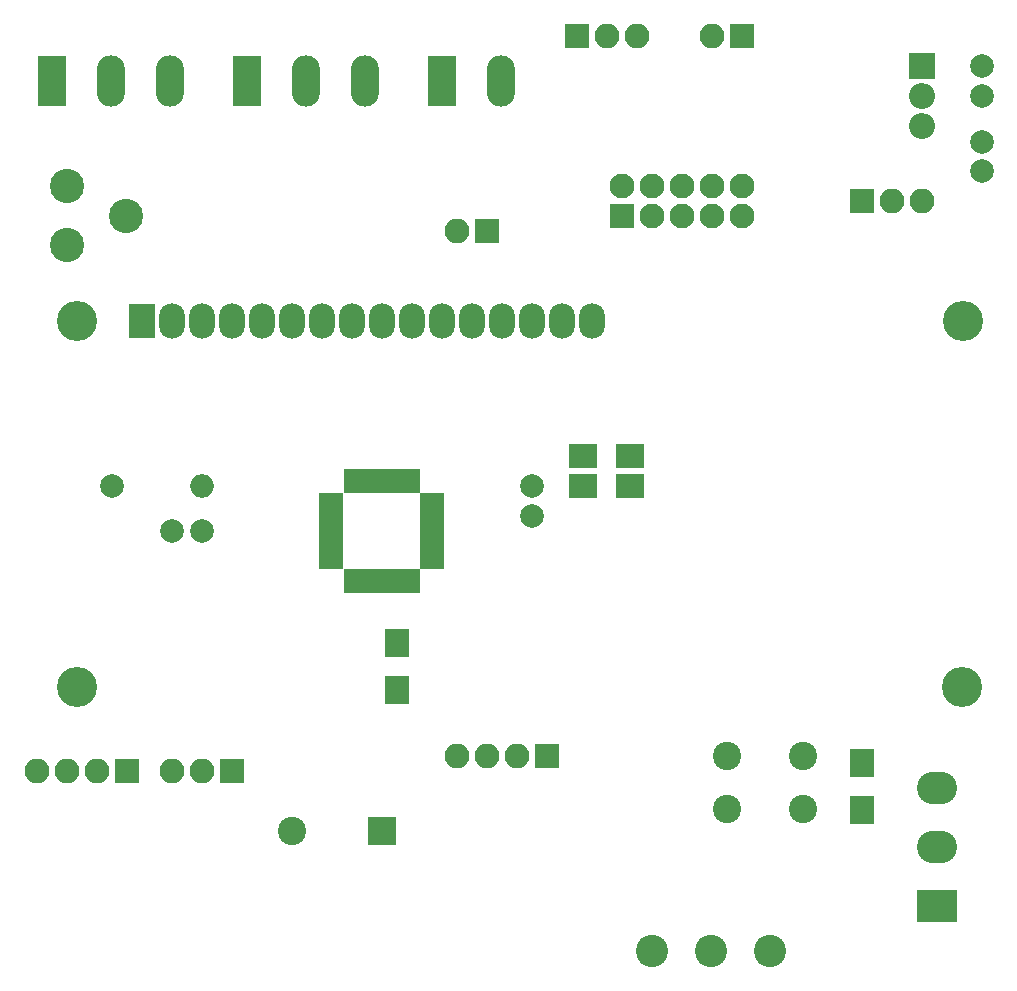
<source format=gbr>
G04 #@! TF.FileFunction,Soldermask,Top*
%FSLAX46Y46*%
G04 Gerber Fmt 4.6, Leading zero omitted, Abs format (unit mm)*
G04 Created by KiCad (PCBNEW 4.0.7) date Tuesday, 27 March 2018 13:53:10*
%MOMM*%
%LPD*%
G01*
G04 APERTURE LIST*
%ADD10C,0.100000*%
%ADD11R,2.400000X2.400000*%
%ADD12C,2.400000*%
%ADD13C,2.000000*%
%ADD14C,2.900000*%
%ADD15R,2.100000X2.100000*%
%ADD16O,2.100000X2.100000*%
%ADD17R,2.380000X4.360000*%
%ADD18O,2.380000X4.360000*%
%ADD19O,2.000000X2.000000*%
%ADD20C,2.100000*%
%ADD21R,2.100000X2.400000*%
%ADD22R,2.400000X2.100000*%
%ADD23R,3.400000X2.750000*%
%ADD24O,3.400000X2.750000*%
%ADD25C,2.740000*%
%ADD26R,2.200000X2.200000*%
%ADD27O,2.200000X2.200000*%
%ADD28R,2.000000X0.950000*%
%ADD29R,0.950000X2.000000*%
%ADD30R,2.200000X3.000000*%
%ADD31O,2.200000X3.000000*%
%ADD32C,3.400000*%
G04 APERTURE END LIST*
D10*
D11*
X135890000Y-113030000D03*
D12*
X128290000Y-113030000D03*
D13*
X186690000Y-48260000D03*
X186690000Y-50760000D03*
X186690000Y-57150000D03*
X186690000Y-54650000D03*
X148590000Y-83820000D03*
X148590000Y-86320000D03*
X120650000Y-87630000D03*
X118150000Y-87630000D03*
D14*
X114260000Y-60920000D03*
X109220000Y-63420000D03*
X109220000Y-58420000D03*
D15*
X176530000Y-59690000D03*
D16*
X179070000Y-59690000D03*
X181610000Y-59690000D03*
D15*
X149860000Y-106680000D03*
D16*
X147320000Y-106680000D03*
X144780000Y-106680000D03*
X142240000Y-106680000D03*
D15*
X123190000Y-107950000D03*
D16*
X120650000Y-107950000D03*
X118110000Y-107950000D03*
D17*
X140970000Y-49530000D03*
D18*
X145970000Y-49530000D03*
D17*
X107950000Y-49530000D03*
D18*
X112950000Y-49530000D03*
X117950000Y-49530000D03*
D15*
X152400000Y-45720000D03*
D16*
X154940000Y-45720000D03*
X157480000Y-45720000D03*
D17*
X124460000Y-49530000D03*
D18*
X129460000Y-49530000D03*
X134460000Y-49530000D03*
D15*
X114300000Y-107950000D03*
D16*
X111760000Y-107950000D03*
X109220000Y-107950000D03*
X106680000Y-107950000D03*
D15*
X166370000Y-45720000D03*
D16*
X163830000Y-45720000D03*
D13*
X113030000Y-83820000D03*
D19*
X120650000Y-83820000D03*
D15*
X156210000Y-60960000D03*
D20*
X156210000Y-58420000D03*
X158750000Y-60960000D03*
X158750000Y-58420000D03*
X161290000Y-60960000D03*
X161290000Y-58420000D03*
X163830000Y-60960000D03*
X163830000Y-58420000D03*
X166370000Y-60960000D03*
X166370000Y-58420000D03*
D21*
X137160000Y-101060000D03*
X137160000Y-97060000D03*
X176530000Y-107220000D03*
X176530000Y-111220000D03*
D22*
X152940000Y-81280000D03*
X156940000Y-81280000D03*
X156940000Y-83820000D03*
X152940000Y-83820000D03*
D23*
X182880000Y-119380000D03*
D24*
X182880000Y-114380000D03*
X182880000Y-109380000D03*
D12*
X165100000Y-111180000D03*
X165100000Y-106680000D03*
X171600000Y-111180000D03*
X171600000Y-106680000D03*
D25*
X168750000Y-123190000D03*
X163750000Y-123190000D03*
X158750000Y-123190000D03*
D26*
X181610000Y-48260000D03*
D27*
X181610000Y-50800000D03*
X181610000Y-53340000D03*
D28*
X140140000Y-90430000D03*
X140140000Y-89630000D03*
X140140000Y-88830000D03*
X140140000Y-88030000D03*
X140140000Y-87230000D03*
X140140000Y-86430000D03*
X140140000Y-85630000D03*
X140140000Y-84830000D03*
D29*
X138690000Y-83380000D03*
X137890000Y-83380000D03*
X137090000Y-83380000D03*
X136290000Y-83380000D03*
X135490000Y-83380000D03*
X134690000Y-83380000D03*
X133890000Y-83380000D03*
X133090000Y-83380000D03*
D28*
X131640000Y-84830000D03*
X131640000Y-85630000D03*
X131640000Y-86430000D03*
X131640000Y-87230000D03*
X131640000Y-88030000D03*
X131640000Y-88830000D03*
X131640000Y-89630000D03*
X131640000Y-90430000D03*
D29*
X133090000Y-91880000D03*
X133890000Y-91880000D03*
X134690000Y-91880000D03*
X135490000Y-91880000D03*
X136290000Y-91880000D03*
X137090000Y-91880000D03*
X137890000Y-91880000D03*
X138690000Y-91880000D03*
D30*
X115570000Y-69850000D03*
D31*
X118110000Y-69850000D03*
X120650000Y-69850000D03*
X123190000Y-69850000D03*
X125730000Y-69850000D03*
X128270000Y-69850000D03*
X130810000Y-69850000D03*
X133350000Y-69850000D03*
X135890000Y-69850000D03*
X138430000Y-69850000D03*
X140970000Y-69850000D03*
X143510000Y-69850000D03*
X146050000Y-69850000D03*
X148590000Y-69850000D03*
X151130000Y-69850000D03*
X153670000Y-69850000D03*
D32*
X110070900Y-69850000D03*
X110070900Y-100850700D03*
X185069480Y-100850700D03*
X185070000Y-69850000D03*
D15*
X144780000Y-62230000D03*
D16*
X142240000Y-62230000D03*
M02*

</source>
